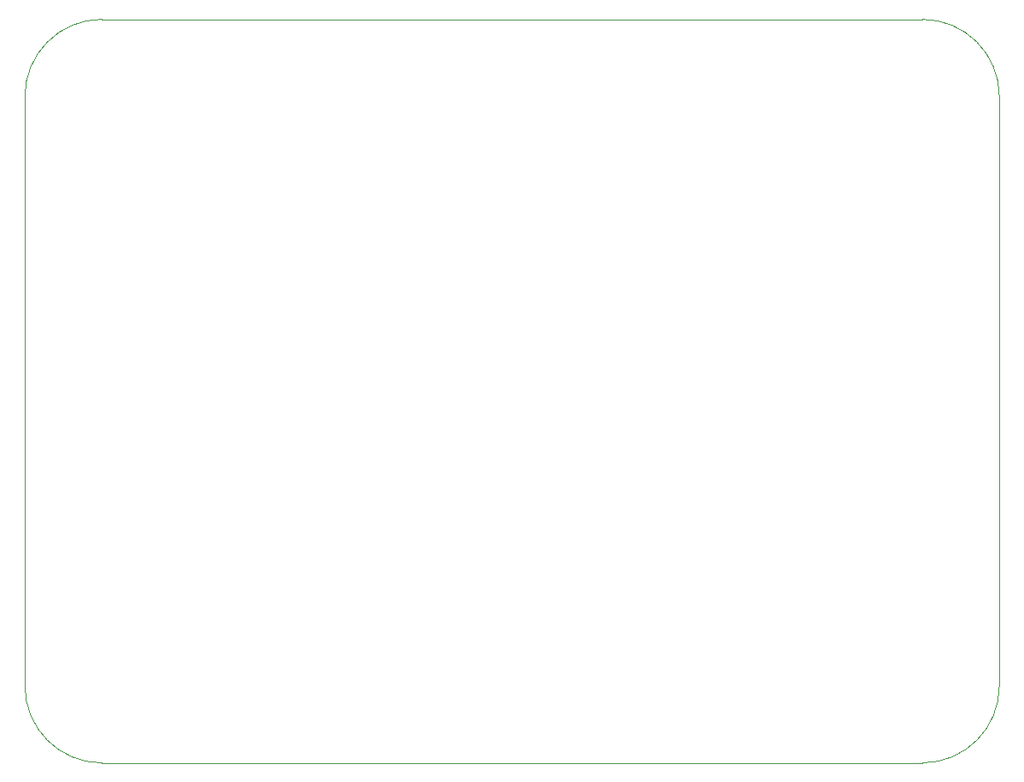
<source format=gbr>
%TF.GenerationSoftware,KiCad,Pcbnew,(6.0.8)*%
%TF.CreationDate,2022-12-03T20:58:23+01:00*%
%TF.ProjectId,f411,66343131-2e6b-4696-9361-645f70636258,V01*%
%TF.SameCoordinates,Original*%
%TF.FileFunction,Profile,NP*%
%FSLAX46Y46*%
G04 Gerber Fmt 4.6, Leading zero omitted, Abs format (unit mm)*
G04 Created by KiCad (PCBNEW (6.0.8)) date 2022-12-03 20:58:23*
%MOMM*%
%LPD*%
G01*
G04 APERTURE LIST*
%TA.AperFunction,Profile*%
%ADD10C,0.100000*%
%TD*%
G04 APERTURE END LIST*
D10*
X83820000Y-73660000D02*
G75*
G03*
X76200000Y-81280000I0J-7620000D01*
G01*
X172720000Y-81280000D02*
G75*
G03*
X165100000Y-73660000I-7620000J0D01*
G01*
X165100000Y-147320000D02*
G75*
G03*
X172720000Y-139700000I0J7620000D01*
G01*
X76200000Y-139700000D02*
G75*
G03*
X83820000Y-147320000I7620000J0D01*
G01*
X76200000Y-81280000D02*
X76200000Y-139700000D01*
X165100000Y-73660000D02*
X83820000Y-73660000D01*
X172720000Y-139700000D02*
X172720000Y-81280000D01*
X83820000Y-147320000D02*
X165100000Y-147320000D01*
M02*

</source>
